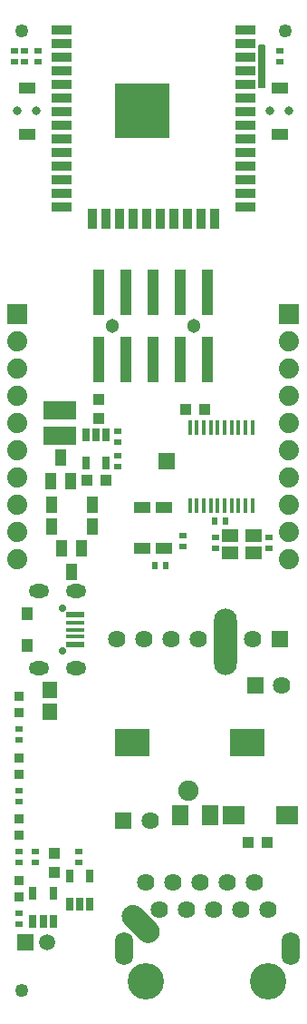
<source format=gbr>
G04 #@! TF.GenerationSoftware,KiCad,Pcbnew,5.1.6-c6e7f7d~87~ubuntu18.04.1*
G04 #@! TF.CreationDate,2021-11-08T15:35:58+02:00*
G04 #@! TF.ProjectId,ESP32-PoE-ISO_Rev_H,45535033-322d-4506-9f45-2d49534f5f52,H*
G04 #@! TF.SameCoordinates,Original*
G04 #@! TF.FileFunction,Soldermask,Top*
G04 #@! TF.FilePolarity,Negative*
%FSLAX46Y46*%
G04 Gerber Fmt 4.6, Leading zero omitted, Abs format (unit mm)*
G04 Created by KiCad (PCBNEW 5.1.6-c6e7f7d~87~ubuntu18.04.1) date 2021-11-08 15:35:58*
%MOMM*%
%LPD*%
G01*
G04 APERTURE LIST*
%ADD10R,1.601600X1.001600*%
%ADD11C,0.801600*%
%ADD12R,1.901600X0.901600*%
%ADD13R,0.901600X1.901600*%
%ADD14R,5.101600X5.101600*%
%ADD15C,2.101600*%
%ADD16R,3.101600X1.701600*%
%ADD17C,1.625600*%
%ADD18R,1.625600X1.625600*%
%ADD19R,1.501600X1.501600*%
%ADD20C,1.501600*%
%ADD21R,1.501600X1.301600*%
%ADD22R,1.501600X1.101600*%
%ADD23R,1.101600X1.501600*%
%ADD24R,0.651600X0.601600*%
%ADD25R,0.651600X1.301600*%
%ADD26R,1.371600X1.625600*%
%ADD27R,0.901600X0.901600*%
%ADD28R,0.601600X0.651600*%
%ADD29C,1.879600*%
%ADD30R,1.879600X1.879600*%
%ADD31R,1.117600X1.117600*%
%ADD32R,0.426600X1.371600*%
%ADD33C,1.254000*%
%ADD34R,1.524000X1.524000*%
%ADD35R,3.301600X2.601600*%
%ADD36O,2.133600X6.197600*%
%ADD37C,1.301600*%
%ADD38R,1.101600X4.351600*%
%ADD39R,1.751600X0.601600*%
%ADD40R,1.751600X0.426600*%
%ADD41C,0.701600*%
%ADD42R,1.101600X1.201600*%
%ADD43O,1.901600X1.301600*%
%ADD44C,3.401601*%
%ADD45O,1.701600X3.101599*%
%ADD46R,2.101600X1.801600*%
%ADD47R,1.625600X1.879600*%
%ADD48C,1.901600*%
%ADD49C,0.203200*%
G04 APERTURE END LIST*
D10*
X115959000Y-106444000D03*
X115959000Y-102090000D03*
D11*
X115059000Y-104267000D03*
X116859000Y-104267000D03*
D10*
X92321000Y-106444000D03*
X92321000Y-102090000D03*
D11*
X91421000Y-104267000D03*
X93221000Y-104267000D03*
D12*
X95540000Y-96725000D03*
X95540000Y-97995000D03*
X95540000Y-99265000D03*
X95540000Y-100535000D03*
X95540000Y-101805000D03*
X95540000Y-103075000D03*
X95540000Y-104345000D03*
X95540000Y-105615000D03*
X95540000Y-106885000D03*
X95540000Y-108155000D03*
X95540000Y-109425000D03*
X95540000Y-110695000D03*
X95540000Y-111965000D03*
X95540000Y-113235000D03*
D13*
X98440000Y-114335000D03*
X99710000Y-114335000D03*
X100980000Y-114335000D03*
X102250000Y-114335000D03*
X103520000Y-114335000D03*
X104790000Y-114335000D03*
X106060000Y-114335000D03*
X107330000Y-114335000D03*
X108600000Y-114335000D03*
X109870000Y-114335000D03*
D12*
X112740000Y-113235000D03*
X112740000Y-111965000D03*
X112740000Y-110695000D03*
X112740000Y-109425000D03*
X112740000Y-108155000D03*
X112740000Y-106885000D03*
X112740000Y-105615000D03*
X112740000Y-104345000D03*
X112740000Y-103075000D03*
X112740000Y-101805000D03*
X112740000Y-100535000D03*
X112740000Y-99265000D03*
X112740000Y-97995000D03*
X112740000Y-96725000D03*
D14*
X103140000Y-104235000D03*
D15*
X103140000Y-104235000D03*
D16*
X95377000Y-132150000D03*
X95377000Y-134550000D03*
D17*
X113411000Y-153543000D03*
D18*
X115951000Y-153543000D03*
D17*
X108331000Y-153543000D03*
X105791000Y-153543000D03*
X100711000Y-153543000D03*
X103251000Y-153543000D03*
D19*
X92209620Y-181759860D03*
D20*
X94221300Y-181757320D03*
D21*
X111338000Y-143853000D03*
X113538000Y-145453000D03*
X113538000Y-143853000D03*
X111338000Y-145453000D03*
D17*
X103866000Y-170434000D03*
D18*
X101366000Y-170434000D03*
D22*
X105156000Y-145029000D03*
X105156000Y-141229000D03*
X103124000Y-145029000D03*
X103124000Y-141229000D03*
G36*
G01*
X102935679Y-181571462D02*
X101498838Y-180134622D01*
G75*
G02*
X101498838Y-178625938I754342J754342D01*
G01*
X101498838Y-178625938D01*
G75*
G02*
X103007522Y-178625938I754342J-754342D01*
G01*
X104444362Y-180062778D01*
G75*
G02*
X104444362Y-181571462I-754342J-754342D01*
G01*
X104444362Y-181571462D01*
G75*
G02*
X102935678Y-181571462I-754342J754342D01*
G01*
G37*
D23*
X94620000Y-140970000D03*
X98420000Y-140970000D03*
X98420000Y-143002000D03*
X94620000Y-143002000D03*
D24*
X92075000Y-99695000D03*
X92075000Y-98679000D03*
X91186000Y-98679000D03*
X91186000Y-99695000D03*
X93091000Y-173355000D03*
X93091000Y-174371000D03*
D25*
X92903000Y-179862000D03*
X93853000Y-179862000D03*
X94803000Y-179862000D03*
X92903000Y-177262000D03*
X94803000Y-177262000D03*
D26*
X94488000Y-158242000D03*
X94488000Y-160274000D03*
D27*
X91567000Y-164592000D03*
X91567000Y-166116000D03*
X91567000Y-160401000D03*
X91567000Y-158877000D03*
D24*
X97155000Y-173355000D03*
X97155000Y-174371000D03*
X100838000Y-137414000D03*
X100838000Y-136398000D03*
X100838000Y-134112000D03*
X100838000Y-135128000D03*
X91567000Y-174371000D03*
X91567000Y-173355000D03*
X91567000Y-162941000D03*
X91567000Y-161925000D03*
X91567000Y-168656000D03*
X91567000Y-167640000D03*
X91567000Y-180086000D03*
X91567000Y-179070000D03*
D28*
X104267000Y-146685000D03*
X105283000Y-146685000D03*
X110871000Y-142494000D03*
X109855000Y-142494000D03*
D29*
X116840000Y-146080000D03*
X116840000Y-143540000D03*
X116840000Y-138460000D03*
X116840000Y-141000000D03*
X116840000Y-135920000D03*
X116840000Y-133380000D03*
D30*
X116840000Y-123220000D03*
D29*
X116840000Y-125760000D03*
X116840000Y-128300000D03*
X116840000Y-130840000D03*
X91440000Y-130840000D03*
X91440000Y-128300000D03*
X91440000Y-125760000D03*
D30*
X91440000Y-123220000D03*
D29*
X91440000Y-133380000D03*
X91440000Y-135920000D03*
X91440000Y-141000000D03*
X91440000Y-138460000D03*
X91440000Y-143540000D03*
X91440000Y-146080000D03*
D31*
X99695000Y-138684000D03*
X97917000Y-138684000D03*
X94869000Y-173482000D03*
X94869000Y-175260000D03*
D25*
X99756000Y-134463000D03*
X98806000Y-134463000D03*
X97856000Y-134463000D03*
X99756000Y-137063000D03*
X97856000Y-137063000D03*
D32*
X107565000Y-141033500D03*
X108215000Y-141033500D03*
X108865000Y-141033500D03*
X109515000Y-141033500D03*
X110165000Y-141033500D03*
X110815000Y-141033500D03*
X111465000Y-141033500D03*
X112115000Y-141033500D03*
X112765000Y-141033500D03*
X113415000Y-141033500D03*
X113415000Y-133794500D03*
X112765000Y-133794500D03*
X112115000Y-133794500D03*
X111465000Y-133794500D03*
X110815000Y-133794500D03*
X110165000Y-133794500D03*
X109515000Y-133794500D03*
X108865000Y-133794500D03*
X108215000Y-133794500D03*
X107565000Y-133794500D03*
D33*
X91821000Y-186309000D03*
X116459000Y-96774000D03*
X91821000Y-96774000D03*
D27*
X91567000Y-171831000D03*
X91567000Y-170307000D03*
D31*
X99060000Y-132969000D03*
X99060000Y-131191000D03*
D27*
X91567000Y-177546000D03*
X91567000Y-176022000D03*
D31*
X107188000Y-132080000D03*
X108966000Y-132080000D03*
D23*
X94554040Y-138775440D03*
X96456500Y-138775440D03*
X95501460Y-136565640D03*
X97469960Y-145069560D03*
X95567500Y-145069560D03*
X96522540Y-147279360D03*
D24*
X115951000Y-98679000D03*
X115951000Y-99695000D03*
X114935000Y-145034000D03*
X114935000Y-144018000D03*
D34*
X105410000Y-136906000D03*
D24*
X109982000Y-144018000D03*
X109982000Y-145034000D03*
X93345000Y-99695000D03*
X93345000Y-98679000D03*
D35*
X112919000Y-163195000D03*
X102219000Y-163195000D03*
D24*
X106934000Y-144907000D03*
X106934000Y-143891000D03*
D36*
X110871000Y-153733500D03*
D37*
X107950000Y-124333000D03*
D38*
X99060000Y-127458000D03*
X99060000Y-121208000D03*
X101600000Y-127458000D03*
X101600000Y-121208000D03*
X104140000Y-127458000D03*
X104140000Y-121208000D03*
X106680000Y-127458000D03*
X106680000Y-121208000D03*
X109220000Y-127458000D03*
X109220000Y-121208000D03*
D37*
X100330000Y-124333000D03*
D39*
X96876000Y-151266500D03*
D40*
X96876000Y-152004000D03*
X96876000Y-152654000D03*
X96876000Y-153304000D03*
D39*
X96876000Y-154041500D03*
D41*
X95626000Y-150654000D03*
X95626000Y-154654000D03*
D42*
X92326000Y-151154000D03*
X92326000Y-154154000D03*
D43*
X93476000Y-149054000D03*
X96946000Y-149054000D03*
X96946000Y-156254000D03*
X93476000Y-156254000D03*
D25*
X96332000Y-178211000D03*
X97282000Y-178211000D03*
X98232000Y-178211000D03*
X96332000Y-175611000D03*
X98232000Y-175611000D03*
D44*
X114915000Y-185443000D03*
X103485000Y-185443000D03*
D45*
X117000000Y-182393000D03*
X101400000Y-182393000D03*
D17*
X114915000Y-178793000D03*
X113645000Y-176253000D03*
X112375000Y-178793000D03*
X111105000Y-176253000D03*
X109835000Y-178793000D03*
X108565000Y-176253000D03*
X107295000Y-178793000D03*
X106025000Y-176253000D03*
X104755000Y-178793000D03*
X103485000Y-176253000D03*
X116185000Y-157861000D03*
D18*
X113685000Y-157861000D03*
D46*
X116673000Y-169926000D03*
X111673000Y-169926000D03*
D47*
X106680000Y-169926000D03*
X109474000Y-169926000D03*
D48*
X107442000Y-167646000D03*
D31*
X114808000Y-172466000D03*
X113030000Y-172466000D03*
D49*
G36*
X114579400Y-102006400D02*
G01*
X114020600Y-102006400D01*
X114020600Y-98145600D01*
X114579400Y-98145600D01*
X114579400Y-102006400D01*
G37*
X114579400Y-102006400D02*
X114020600Y-102006400D01*
X114020600Y-98145600D01*
X114579400Y-98145600D01*
X114579400Y-102006400D01*
M02*

</source>
